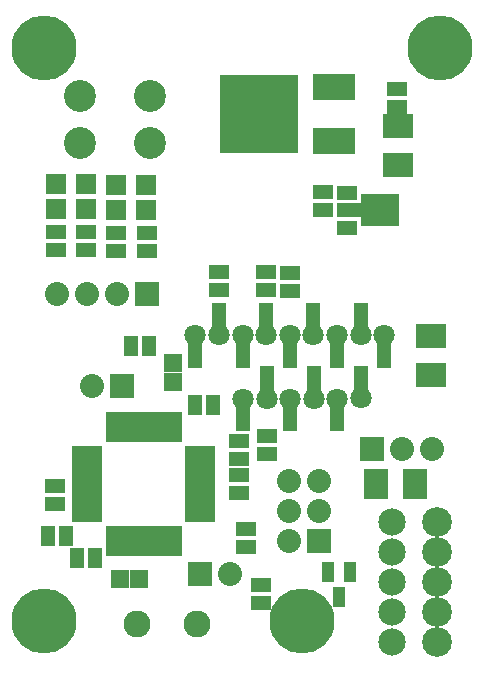
<source format=gts>
G04 (created by PCBNEW (2013-03-19 BZR 4004)-stable) date 11/06/2013 19:40:29*
%MOIN*%
G04 Gerber Fmt 3.4, Leading zero omitted, Abs format*
%FSLAX34Y34*%
G01*
G70*
G90*
G04 APERTURE LIST*
%ADD10C,2.3622e-006*%
%ADD11C,0.0712*%
%ADD12R,0.0515X0.1007*%
%ADD13R,0.0987X0.0377*%
%ADD14R,0.0377X0.0987*%
%ADD15R,0.08X0.1*%
%ADD16R,0.1X0.08*%
%ADD17R,0.065X0.045*%
%ADD18R,0.045X0.065*%
%ADD19R,0.0672X0.0672*%
%ADD20C,0.1066*%
%ADD21R,0.08X0.08*%
%ADD22C,0.08*%
%ADD23C,0.2169*%
%ADD24C,0.09*%
%ADD25R,0.0594X0.0594*%
%ADD26R,0.14X0.085*%
%ADD27R,0.26X0.26*%
%ADD28C,0.0908661*%
%ADD29C,0.0987402*%
%ADD30R,0.0436X0.0712*%
%ADD31R,0.0672X0.0476*%
%ADD32R,0.0987X0.0476*%
%ADD33R,0.1303X0.1066*%
G04 APERTURE END LIST*
G54D10*
G54D11*
X47460Y-35656D03*
G54D12*
X47460Y-36247D03*
G54D11*
X46673Y-35656D03*
X45885Y-35656D03*
X48247Y-35656D03*
X49035Y-35656D03*
G54D12*
X46673Y-35065D03*
X45885Y-36247D03*
X48247Y-35065D03*
X49035Y-36247D03*
G54D11*
X49822Y-35646D03*
G54D12*
X49822Y-35065D03*
G54D13*
X40692Y-39603D03*
X40692Y-39288D03*
X40692Y-38973D03*
X40692Y-38658D03*
X40692Y-38343D03*
X40692Y-38028D03*
X40692Y-37713D03*
X40692Y-37398D03*
X44458Y-37400D03*
X44458Y-39610D03*
X44458Y-39290D03*
X44458Y-38970D03*
X44458Y-38660D03*
X44458Y-38340D03*
X44458Y-38030D03*
X44458Y-37710D03*
G54D14*
X41476Y-36610D03*
X41790Y-36610D03*
X42106Y-36610D03*
X42420Y-36610D03*
X42736Y-36610D03*
X43050Y-36610D03*
X43366Y-36610D03*
X43680Y-36610D03*
X41478Y-40390D03*
X41788Y-40390D03*
X42108Y-40390D03*
X42418Y-40390D03*
X42728Y-40390D03*
X43048Y-40390D03*
X43368Y-40390D03*
X43688Y-40390D03*
G54D15*
X51636Y-38506D03*
X50336Y-38506D03*
G54D16*
X51040Y-27860D03*
X51040Y-26560D03*
G54D17*
X39606Y-39162D03*
X39606Y-38562D03*
X51010Y-25330D03*
X51010Y-25930D03*
X48550Y-28780D03*
X48550Y-29380D03*
G54D18*
X40342Y-40952D03*
X40942Y-40952D03*
X39990Y-40236D03*
X39390Y-40236D03*
G54D17*
X47446Y-32060D03*
X47446Y-31460D03*
X46000Y-39988D03*
X46000Y-40588D03*
G54D18*
X44290Y-35870D03*
X44890Y-35870D03*
G54D17*
X46684Y-37484D03*
X46684Y-36884D03*
X46666Y-32040D03*
X46666Y-31440D03*
X45088Y-32038D03*
X45088Y-31438D03*
G54D19*
X42670Y-29373D03*
X42670Y-28547D03*
X41660Y-29373D03*
X41660Y-28547D03*
X40640Y-29323D03*
X40640Y-28497D03*
G54D20*
X42803Y-25555D03*
X42803Y-27129D03*
X40441Y-25555D03*
X40441Y-27129D03*
G54D16*
X52140Y-33550D03*
X52140Y-34850D03*
G54D17*
X45750Y-38806D03*
X45750Y-38206D03*
G54D18*
X42756Y-33902D03*
X42156Y-33902D03*
G54D17*
X46494Y-41862D03*
X46494Y-42462D03*
X45740Y-37070D03*
X45740Y-37670D03*
X42688Y-30724D03*
X42688Y-30124D03*
X41660Y-30724D03*
X41660Y-30124D03*
X40644Y-30708D03*
X40644Y-30108D03*
G54D21*
X48410Y-40390D03*
G54D22*
X47410Y-40390D03*
X48410Y-39390D03*
X47410Y-39390D03*
X48410Y-38390D03*
X47410Y-38390D03*
G54D23*
X52449Y-23980D03*
X47842Y-43074D03*
X39256Y-43074D03*
X39260Y-23980D03*
G54D24*
X42342Y-43172D03*
X44342Y-43172D03*
G54D21*
X44470Y-41500D03*
G54D22*
X45470Y-41500D03*
G54D17*
X39664Y-30706D03*
X39664Y-30106D03*
G54D21*
X42694Y-32152D03*
G54D22*
X41694Y-32152D03*
X40694Y-32152D03*
X39694Y-32152D03*
G54D19*
X39670Y-29327D03*
X39670Y-28501D03*
G54D11*
X45871Y-33540D03*
G54D12*
X45871Y-34131D03*
G54D11*
X45084Y-33540D03*
X44296Y-33540D03*
X46658Y-33540D03*
X47446Y-33540D03*
G54D12*
X45084Y-32949D03*
X44296Y-34131D03*
X46658Y-32949D03*
X47446Y-34131D03*
G54D11*
X48233Y-33530D03*
G54D12*
X48233Y-32949D03*
G54D11*
X49016Y-33540D03*
X49804Y-33540D03*
X50591Y-33540D03*
G54D12*
X49020Y-34130D03*
X49808Y-32949D03*
X50595Y-34130D03*
G54D25*
X41774Y-41680D03*
X42414Y-41680D03*
G54D26*
X48930Y-27076D03*
G54D27*
X46430Y-26176D03*
G54D26*
X48930Y-25276D03*
G54D21*
X41842Y-35218D03*
G54D22*
X40842Y-35218D03*
G54D25*
X43560Y-34456D03*
X43560Y-35096D03*
G54D21*
X50178Y-37332D03*
G54D22*
X51178Y-37332D03*
X52178Y-37332D03*
G54D28*
X50850Y-41770D03*
X50850Y-42770D03*
X50850Y-43770D03*
X50850Y-40770D03*
X50850Y-39770D03*
G54D29*
X52350Y-41770D03*
X52350Y-42770D03*
X52350Y-43770D03*
X52350Y-40770D03*
X52350Y-39770D03*
G54D30*
X49084Y-42259D03*
X48709Y-41433D03*
X49459Y-41433D03*
G54D31*
X49352Y-28789D03*
G54D32*
X49509Y-29380D03*
G54D31*
X49352Y-29971D03*
G54D33*
X50454Y-29380D03*
M02*

</source>
